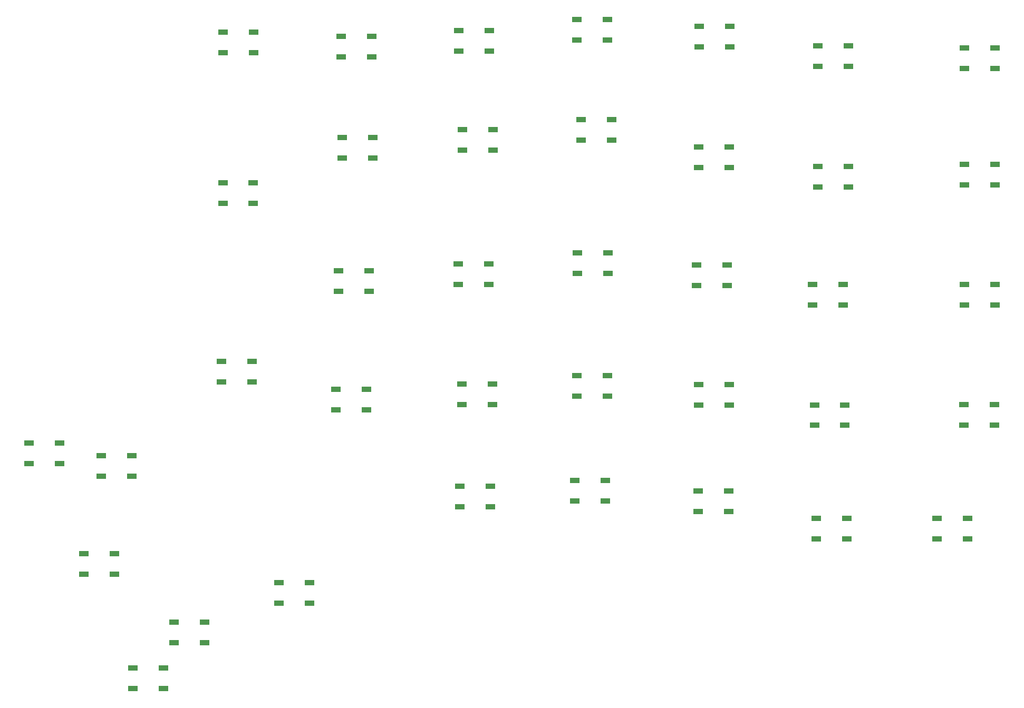
<source format=gbp>
G04*
G04 #@! TF.GenerationSoftware,Altium Limited,Altium Designer,24.5.2 (23)*
G04*
G04 Layer_Color=128*
%FSLAX44Y44*%
%MOMM*%
G71*
G04*
G04 #@! TF.SameCoordinates,960C30EB-BCCC-465A-99A9-4967EBCBCE3C*
G04*
G04*
G04 #@! TF.FilePolarity,Positive*
G04*
G01*
G75*
%ADD195R,1.5000X0.9000*%
D195*
X903616Y-160010D02*
D03*
Y-127010D02*
D03*
X952616Y-160010D02*
D03*
Y-127010D02*
D03*
X763640Y433822D02*
D03*
Y400822D02*
D03*
X714640Y433822D02*
D03*
Y400822D02*
D03*
X907680Y413014D02*
D03*
Y446014D02*
D03*
X956680Y413014D02*
D03*
Y446014D02*
D03*
X1147180Y462270D02*
D03*
Y429270D02*
D03*
X1098180Y462270D02*
D03*
Y429270D02*
D03*
X327544Y-110988D02*
D03*
Y-77988D02*
D03*
X376544Y-110988D02*
D03*
Y-77988D02*
D03*
X1475624Y-211318D02*
D03*
Y-178318D02*
D03*
X1524624Y-211318D02*
D03*
Y-178318D02*
D03*
X1335394Y-134884D02*
D03*
Y-167884D02*
D03*
X1286394Y-134884D02*
D03*
Y-167884D02*
D03*
X1087766Y-150612D02*
D03*
Y-117612D02*
D03*
X1136766Y-150612D02*
D03*
Y-117612D02*
D03*
X612786Y-314696D02*
D03*
Y-281696D02*
D03*
X661786Y-314696D02*
D03*
Y-281696D02*
D03*
X493638Y-345196D02*
D03*
Y-378196D02*
D03*
X444638Y-345196D02*
D03*
Y-378196D02*
D03*
X378344Y-451856D02*
D03*
Y-418856D02*
D03*
X427344Y-451856D02*
D03*
Y-418856D02*
D03*
X1761860Y4308D02*
D03*
Y-28692D02*
D03*
X1712860Y4308D02*
D03*
Y-28692D02*
D03*
X1472830Y-29200D02*
D03*
Y3800D02*
D03*
X1521830Y-29200D02*
D03*
Y3800D02*
D03*
X1335648Y36312D02*
D03*
Y3312D02*
D03*
X1286648Y36312D02*
D03*
Y3312D02*
D03*
X1091576Y17790D02*
D03*
Y50790D02*
D03*
X1140576Y17790D02*
D03*
Y50790D02*
D03*
X956172Y37074D02*
D03*
Y4074D02*
D03*
X907172Y37074D02*
D03*
Y4074D02*
D03*
X704226Y-4562D02*
D03*
Y28438D02*
D03*
X753226Y-4562D02*
D03*
Y28438D02*
D03*
X569584Y73904D02*
D03*
Y40904D02*
D03*
X520584Y73904D02*
D03*
Y40904D02*
D03*
X299858Y-268214D02*
D03*
Y-235214D02*
D03*
X348858Y-268214D02*
D03*
Y-235214D02*
D03*
X1762622Y197348D02*
D03*
Y164348D02*
D03*
X1713622Y197348D02*
D03*
Y164348D02*
D03*
X1469782D02*
D03*
Y197348D02*
D03*
X1518782Y164348D02*
D03*
Y197348D02*
D03*
X1332854Y228590D02*
D03*
Y195590D02*
D03*
X1283854Y228590D02*
D03*
Y195590D02*
D03*
X1092338Y215402D02*
D03*
Y248402D02*
D03*
X1141338Y215402D02*
D03*
Y248402D02*
D03*
X949706Y230104D02*
D03*
Y197104D02*
D03*
X900706Y230104D02*
D03*
Y197104D02*
D03*
X709052Y185938D02*
D03*
Y218938D02*
D03*
X758052Y185938D02*
D03*
Y218938D02*
D03*
X211771Y-90222D02*
D03*
Y-57222D02*
D03*
X260771Y-90222D02*
D03*
Y-57222D02*
D03*
X1762622Y390388D02*
D03*
Y357388D02*
D03*
X1713622Y390388D02*
D03*
Y357388D02*
D03*
X1478418Y354086D02*
D03*
Y387086D02*
D03*
X1527418Y354086D02*
D03*
Y387086D02*
D03*
X1335648Y418582D02*
D03*
Y385582D02*
D03*
X1286648Y418582D02*
D03*
Y385582D02*
D03*
X571870Y360416D02*
D03*
Y327416D02*
D03*
X522870Y360416D02*
D03*
Y327416D02*
D03*
X1762622Y577332D02*
D03*
Y544332D02*
D03*
X1713622Y577332D02*
D03*
Y544332D02*
D03*
X1527672Y580634D02*
D03*
Y547634D02*
D03*
X1478672Y580634D02*
D03*
Y547634D02*
D03*
X1288172Y578876D02*
D03*
Y611876D02*
D03*
X1337172Y578876D02*
D03*
Y611876D02*
D03*
X1140576Y622798D02*
D03*
Y589798D02*
D03*
X1091576Y622798D02*
D03*
Y589798D02*
D03*
X901584Y572526D02*
D03*
Y605526D02*
D03*
X950584Y572526D02*
D03*
Y605526D02*
D03*
X762116Y596382D02*
D03*
Y563382D02*
D03*
X713116Y596382D02*
D03*
Y563382D02*
D03*
X523378Y569732D02*
D03*
Y602732D02*
D03*
X572378Y569732D02*
D03*
Y602732D02*
D03*
X1718680Y-178318D02*
D03*
Y-211318D02*
D03*
X1669680Y-178318D02*
D03*
Y-211318D02*
D03*
M02*

</source>
